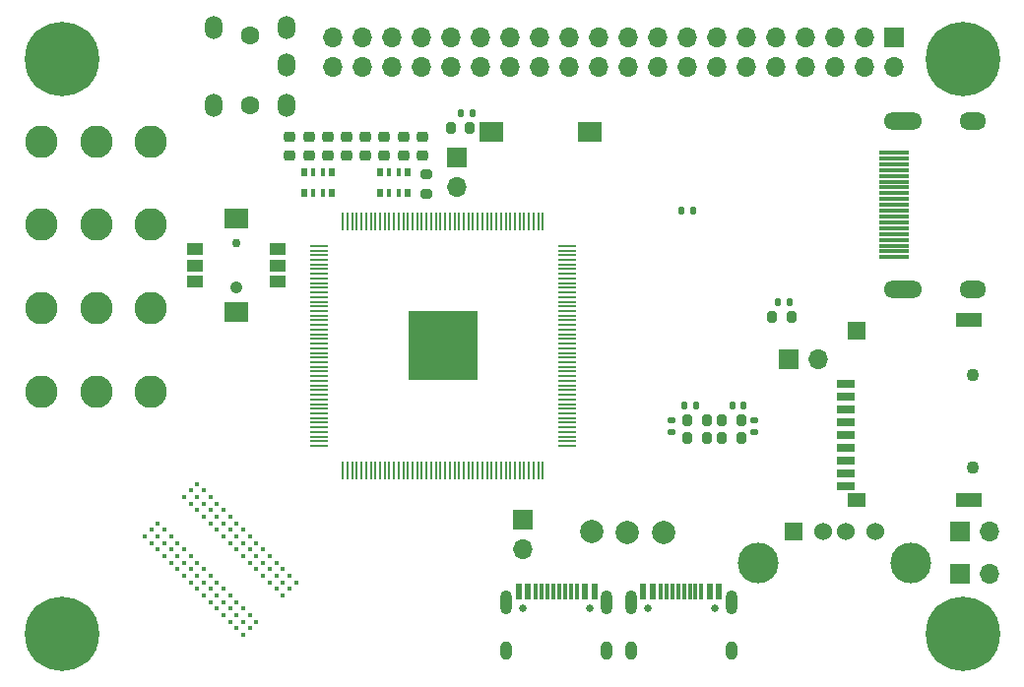
<source format=gts>
G04 #@! TF.GenerationSoftware,KiCad,Pcbnew,7.0.6*
G04 #@! TF.CreationDate,2023-08-22T01:44:11+01:00*
G04 #@! TF.ProjectId,yasbc,79617362-632e-46b6-9963-61645f706362,rev?*
G04 #@! TF.SameCoordinates,Original*
G04 #@! TF.FileFunction,Soldermask,Top*
G04 #@! TF.FilePolarity,Negative*
%FSLAX46Y46*%
G04 Gerber Fmt 4.6, Leading zero omitted, Abs format (unit mm)*
G04 Created by KiCad (PCBNEW 7.0.6) date 2023-08-22 01:44:11*
%MOMM*%
%LPD*%
G01*
G04 APERTURE LIST*
G04 Aperture macros list*
%AMRoundRect*
0 Rectangle with rounded corners*
0 $1 Rounding radius*
0 $2 $3 $4 $5 $6 $7 $8 $9 X,Y pos of 4 corners*
0 Add a 4 corners polygon primitive as box body*
4,1,4,$2,$3,$4,$5,$6,$7,$8,$9,$2,$3,0*
0 Add four circle primitives for the rounded corners*
1,1,$1+$1,$2,$3*
1,1,$1+$1,$4,$5*
1,1,$1+$1,$6,$7*
1,1,$1+$1,$8,$9*
0 Add four rect primitives between the rounded corners*
20,1,$1+$1,$2,$3,$4,$5,0*
20,1,$1+$1,$4,$5,$6,$7,0*
20,1,$1+$1,$6,$7,$8,$9,0*
20,1,$1+$1,$8,$9,$2,$3,0*%
G04 Aperture macros list end*
%ADD10C,0.800000*%
%ADD11C,6.400000*%
%ADD12RoundRect,0.140000X0.140000X0.170000X-0.140000X0.170000X-0.140000X-0.170000X0.140000X-0.170000X0*%
%ADD13C,2.800000*%
%ADD14RoundRect,0.140000X-0.170000X0.140000X-0.170000X-0.140000X0.170000X-0.140000X0.170000X0.140000X0*%
%ADD15R,0.500000X0.800000*%
%ADD16R,0.400000X0.800000*%
%ADD17RoundRect,0.200000X-0.275000X0.200000X-0.275000X-0.200000X0.275000X-0.200000X0.275000X0.200000X0*%
%ADD18C,1.600000*%
%ADD19O,1.500000X2.000000*%
%ADD20RoundRect,0.060000X-0.720000X-0.060000X0.720000X-0.060000X0.720000X0.060000X-0.720000X0.060000X0*%
%ADD21RoundRect,0.060000X-0.060000X-0.720000X0.060000X-0.720000X0.060000X0.720000X-0.060000X0.720000X0*%
%ADD22RoundRect,0.252000X-2.748000X-2.748000X2.748000X-2.748000X2.748000X2.748000X-2.748000X2.748000X0*%
%ADD23RoundRect,0.218750X-0.256250X0.218750X-0.256250X-0.218750X0.256250X-0.218750X0.256250X0.218750X0*%
%ADD24C,1.100000*%
%ADD25R,1.600000X0.700000*%
%ADD26R,1.500000X1.200000*%
%ADD27R,2.200000X1.200000*%
%ADD28R,1.500000X1.600000*%
%ADD29C,0.650000*%
%ADD30R,0.600000X1.450000*%
%ADD31R,0.300000X1.450000*%
%ADD32O,1.000000X2.100000*%
%ADD33O,1.000000X1.600000*%
%ADD34RoundRect,0.200000X-0.200000X-0.275000X0.200000X-0.275000X0.200000X0.275000X-0.200000X0.275000X0*%
%ADD35R,2.000000X1.800000*%
%ADD36C,2.000000*%
%ADD37RoundRect,0.140000X-0.140000X-0.170000X0.140000X-0.170000X0.140000X0.170000X-0.140000X0.170000X0*%
%ADD38RoundRect,0.200000X0.200000X0.275000X-0.200000X0.275000X-0.200000X-0.275000X0.200000X-0.275000X0*%
%ADD39C,0.750000*%
%ADD40C,1.050000*%
%ADD41R,1.350000X1.000000*%
%ADD42R,2.600000X0.300000*%
%ADD43O,3.300000X1.500000*%
%ADD44O,2.300000X1.500000*%
%ADD45R,1.700000X1.700000*%
%ADD46O,1.700000X1.700000*%
%ADD47R,1.524000X1.524000*%
%ADD48C,1.524000*%
%ADD49C,3.500000*%
%ADD50C,0.400000*%
G04 APERTURE END LIST*
D10*
X130100000Y105500000D03*
X130802944Y107197056D03*
X130802944Y103802944D03*
X132500000Y107900000D03*
D11*
X132500000Y105500000D03*
D10*
X132500000Y103100000D03*
X134197056Y107197056D03*
X134197056Y103802944D03*
X134900000Y105500000D03*
X130100000Y56100000D03*
X130802944Y57797056D03*
X130802944Y54402944D03*
X132500000Y58500000D03*
D11*
X132500000Y56100000D03*
D10*
X132500000Y53700000D03*
X134197056Y57797056D03*
X134197056Y54402944D03*
X134900000Y56100000D03*
X52600000Y56100000D03*
X53302944Y57797056D03*
X53302944Y54402944D03*
X55000000Y58500000D03*
D11*
X55000000Y56100000D03*
D10*
X55000000Y53700000D03*
X56697056Y57797056D03*
X56697056Y54402944D03*
X57400000Y56100000D03*
X52600000Y105511600D03*
X53302944Y107208656D03*
X53302944Y103814544D03*
X55000000Y107911600D03*
D11*
X55000000Y105511600D03*
D10*
X55000000Y103111600D03*
X56697056Y107208656D03*
X56697056Y103814544D03*
X57400000Y105511600D03*
D12*
X109524800Y75666600D03*
X108564800Y75666600D03*
D13*
X53289199Y84072699D03*
X57989199Y84072699D03*
X62689199Y84072699D03*
D14*
X114579400Y74394000D03*
X114579400Y73434000D03*
D13*
X53289198Y76884500D03*
X57989198Y76884500D03*
X62689198Y76884500D03*
D15*
X82366000Y93966400D03*
D16*
X83166000Y93966400D03*
X83966000Y93966400D03*
D15*
X84766000Y93966400D03*
X84766000Y95766400D03*
D16*
X83966000Y95766400D03*
X83166000Y95766400D03*
D15*
X82366000Y95766400D03*
D17*
X86363700Y95589300D03*
X86363700Y93939300D03*
D18*
X71196600Y107523800D03*
X71196600Y101523800D03*
D19*
X74346600Y105023800D03*
X74346600Y108223800D03*
X68046600Y108223800D03*
X74346600Y101523800D03*
X68046600Y101523800D03*
D20*
X77099750Y89432900D03*
X77099750Y89032900D03*
X77099750Y88632900D03*
X77099750Y88232900D03*
X77099750Y87832900D03*
X77099750Y87432900D03*
X77099750Y87032900D03*
X77099750Y86632900D03*
X77099750Y86232900D03*
X77099750Y85832900D03*
X77099750Y85432900D03*
X77099750Y85032900D03*
X77099750Y84632900D03*
X77099750Y84232900D03*
X77099750Y83832900D03*
X77099750Y83432900D03*
X77099750Y83032900D03*
X77099750Y82632900D03*
X77099750Y82232900D03*
X77099750Y81832900D03*
X77099750Y81432900D03*
X77099750Y81032900D03*
X77099750Y80632900D03*
X77099750Y80232900D03*
X77099750Y79832900D03*
X77099750Y79432900D03*
X77099750Y79032900D03*
X77099750Y78632900D03*
X77099750Y78232900D03*
X77099750Y77832900D03*
X77099750Y77432900D03*
X77099750Y77032900D03*
X77099750Y76632900D03*
X77099750Y76232900D03*
X77099750Y75832900D03*
X77099750Y75432900D03*
X77099750Y75032900D03*
X77099750Y74632900D03*
X77099750Y74232900D03*
X77099750Y73832900D03*
X77099750Y73432900D03*
X77099750Y73032900D03*
X77099750Y72632900D03*
X77099750Y72232900D03*
D21*
X79179750Y70152900D03*
X79579750Y70152900D03*
X79979750Y70152900D03*
X80379750Y70152900D03*
X80779750Y70152900D03*
X81179750Y70152900D03*
X81579750Y70152900D03*
X81979750Y70152900D03*
X82379750Y70152900D03*
X82779750Y70152900D03*
X83179750Y70152900D03*
X83579750Y70152900D03*
X83979750Y70152900D03*
X84379750Y70152900D03*
X84779750Y70152900D03*
X85179750Y70152900D03*
X85579750Y70152900D03*
X85979750Y70152900D03*
X86379750Y70152900D03*
X86779750Y70152900D03*
X87179750Y70152900D03*
X87579750Y70152900D03*
X87979750Y70152900D03*
X88379750Y70152900D03*
X88779750Y70152900D03*
X89179750Y70152900D03*
X89579750Y70152900D03*
X89979750Y70152900D03*
X90379750Y70152900D03*
X90779750Y70152900D03*
X91179750Y70152900D03*
X91579750Y70152900D03*
X91979750Y70152900D03*
X92379750Y70152900D03*
X92779750Y70152900D03*
X93179750Y70152900D03*
X93579750Y70152900D03*
X93979750Y70152900D03*
X94379750Y70152900D03*
X94779750Y70152900D03*
X95179750Y70152900D03*
X95579750Y70152900D03*
X95979750Y70152900D03*
X96379750Y70152900D03*
D20*
X98459750Y72232900D03*
X98459750Y72632900D03*
X98459750Y73032900D03*
X98459750Y73432900D03*
X98459750Y73832900D03*
X98459750Y74232900D03*
X98459750Y74632900D03*
X98459750Y75032900D03*
X98459750Y75432900D03*
X98459750Y75832900D03*
X98459750Y76232900D03*
X98459750Y76632900D03*
X98459750Y77032900D03*
X98459750Y77432900D03*
X98459750Y77832900D03*
X98459750Y78232900D03*
X98459750Y78632900D03*
X98459750Y79032900D03*
X98459750Y79432900D03*
X98459750Y79832900D03*
X98459750Y80232900D03*
X98459750Y80632900D03*
X98459750Y81032900D03*
X98459750Y81432900D03*
X98459750Y81832900D03*
X98459750Y82232900D03*
X98459750Y82632900D03*
X98459750Y83032900D03*
X98459750Y83432900D03*
X98459750Y83832900D03*
X98459750Y84232900D03*
X98459750Y84632900D03*
X98459750Y85032900D03*
X98459750Y85432900D03*
X98459750Y85832900D03*
X98459750Y86232900D03*
X98459750Y86632900D03*
X98459750Y87032900D03*
X98459750Y87432900D03*
X98459750Y87832900D03*
X98459750Y88232900D03*
X98459750Y88632900D03*
X98459750Y89032900D03*
X98459750Y89432900D03*
D21*
X96379750Y91512900D03*
X95979750Y91512900D03*
X95579750Y91512900D03*
X95179750Y91512900D03*
X94779750Y91512900D03*
X94379750Y91512900D03*
X93979750Y91512900D03*
X93579750Y91512900D03*
X93179750Y91512900D03*
X92779750Y91512900D03*
X92379750Y91512900D03*
X91979750Y91512900D03*
X91579750Y91512900D03*
X91179750Y91512900D03*
X90779750Y91512900D03*
X90379750Y91512900D03*
X89979750Y91512900D03*
X89579750Y91512900D03*
X89179750Y91512900D03*
X88779750Y91512900D03*
X88379750Y91512900D03*
X87979750Y91512900D03*
X87579750Y91512900D03*
X87179750Y91512900D03*
X86779750Y91512900D03*
X86379750Y91512900D03*
X85979750Y91512900D03*
X85579750Y91512900D03*
X85179750Y91512900D03*
X84779750Y91512900D03*
X84379750Y91512900D03*
X83979750Y91512900D03*
X83579750Y91512900D03*
X83179750Y91512900D03*
X82779750Y91512900D03*
X82379750Y91512900D03*
X81979750Y91512900D03*
X81579750Y91512900D03*
X81179750Y91512900D03*
X80779750Y91512900D03*
X80379750Y91512900D03*
X79979750Y91512900D03*
X79579750Y91512900D03*
X79179750Y91512900D03*
D22*
X87779750Y80832900D03*
D23*
X74625200Y98803500D03*
X74625200Y97228500D03*
X77876401Y98800500D03*
X77876401Y97225500D03*
X86004401Y98800501D03*
X86004401Y97225501D03*
D24*
X133393300Y70361000D03*
X133393300Y78361000D03*
D25*
X122393300Y77561000D03*
X122393300Y76461000D03*
X122393300Y75361000D03*
X122393300Y74261000D03*
X122393300Y73161000D03*
X122393300Y72061000D03*
X122393300Y70961000D03*
X122393300Y69861000D03*
D26*
X123393300Y67561000D03*
D27*
X132993300Y67561000D03*
D28*
X123393300Y82161000D03*
D27*
X132993300Y83061000D03*
D25*
X122393300Y68761000D03*
D23*
X76250800Y98803500D03*
X76250800Y97228500D03*
D29*
X94658700Y58276800D03*
X100438700Y58276800D03*
D30*
X94298700Y59721800D03*
X95098700Y59721800D03*
D31*
X96298700Y59721800D03*
X97298700Y59721800D03*
X97798700Y59721800D03*
X98798700Y59721800D03*
D30*
X99998700Y59721800D03*
X100798700Y59721800D03*
X100798700Y59721800D03*
X99998700Y59721800D03*
D31*
X99298700Y59721800D03*
X98298700Y59721800D03*
X96798700Y59721800D03*
X95798700Y59721800D03*
D30*
X95098700Y59721800D03*
X94298700Y59721800D03*
D32*
X93228700Y58806800D03*
D33*
X93228700Y54626800D03*
D32*
X101868700Y58806800D03*
D33*
X101868700Y54626800D03*
D34*
X88443800Y99618800D03*
X90093800Y99618800D03*
D15*
X75863601Y93991801D03*
D16*
X76663601Y93991801D03*
X77463601Y93991801D03*
D15*
X78263601Y93991801D03*
X78263601Y95791801D03*
D16*
X77463601Y95791801D03*
X76663601Y95791801D03*
D15*
X75863601Y95791801D03*
D35*
X100389800Y99237800D03*
X91989800Y99237800D03*
D36*
X103644701Y64820800D03*
D37*
X112677000Y75692000D03*
X113637000Y75692000D03*
D38*
X117741200Y83337400D03*
X116091200Y83337400D03*
D14*
X107467400Y74419400D03*
X107467400Y73459400D03*
D35*
X70027800Y91807000D03*
D39*
X70027800Y89657000D03*
D40*
X70027800Y85857000D03*
D35*
X70027800Y83707000D03*
D41*
X66452800Y89182000D03*
X66452800Y87757000D03*
X66452800Y86332000D03*
X73602800Y89182000D03*
X73602800Y87757000D03*
X73602800Y86332000D03*
D38*
X113436400Y74422000D03*
X111786400Y74422000D03*
D42*
X126617800Y97464000D03*
X126617800Y96964000D03*
X126617800Y96464000D03*
X126617800Y95964000D03*
X126617800Y95464000D03*
X126617800Y94964000D03*
X126617800Y94464000D03*
X126617800Y93964000D03*
X126617800Y93464000D03*
X126617800Y92964000D03*
X126617800Y92464000D03*
X126617800Y91964000D03*
X126617800Y91464000D03*
X126617800Y90964000D03*
X126617800Y90464000D03*
X126617800Y89964000D03*
X126617800Y89464000D03*
X126617800Y88964000D03*
X126617800Y88464000D03*
D43*
X127377800Y100214000D03*
X127377800Y85714000D03*
D44*
X133337800Y100214000D03*
X133337800Y85714000D03*
D12*
X90322400Y100888800D03*
X89362400Y100888800D03*
D23*
X84378801Y98800500D03*
X84378801Y97225500D03*
X81127601Y98803501D03*
X81127601Y97228501D03*
D36*
X106743500Y64820800D03*
D45*
X117495400Y79705200D03*
D46*
X120035400Y79705200D03*
D45*
X132252800Y64897000D03*
D46*
X134792800Y64897000D03*
D34*
X111773200Y72923400D03*
X113423200Y72923400D03*
D37*
X108308200Y92430600D03*
X109268200Y92430600D03*
D23*
X82753201Y98803499D03*
X82753201Y97228499D03*
D45*
X88967700Y97005000D03*
D46*
X88967700Y94465000D03*
D13*
X53288200Y98435900D03*
X57988200Y98435900D03*
X62688200Y98435900D03*
D47*
X117950100Y64884100D03*
D48*
X120450100Y64884100D03*
X122450100Y64884100D03*
X124950100Y64884100D03*
D49*
X114880100Y62174100D03*
X128020100Y62174100D03*
D23*
X79502001Y98800501D03*
X79502001Y97225501D03*
D45*
X126593600Y107391200D03*
D46*
X126593600Y104851200D03*
X124053600Y107391200D03*
X124053600Y104851200D03*
X121513600Y107391200D03*
X121513600Y104851200D03*
X118973600Y107391200D03*
X118973600Y104851200D03*
X116433600Y107391200D03*
X116433600Y104851200D03*
X113893600Y107391200D03*
X113893600Y104851200D03*
X111353600Y107391200D03*
X111353600Y104851200D03*
X108813600Y107391200D03*
X108813600Y104851200D03*
X106273600Y107391200D03*
X106273600Y104851200D03*
X103733600Y107391200D03*
X103733600Y104851200D03*
X101193600Y107391200D03*
X101193600Y104851200D03*
X98653600Y107391200D03*
X98653600Y104851200D03*
X96113600Y107391200D03*
X96113600Y104851200D03*
X93573600Y107391200D03*
X93573600Y104851200D03*
X91033600Y107391200D03*
X91033600Y104851200D03*
X88493600Y107391200D03*
X88493600Y104851200D03*
X85953600Y107391200D03*
X85953600Y104851200D03*
X83413600Y107391200D03*
X83413600Y104851200D03*
X80873600Y107391200D03*
X80873600Y104851200D03*
X78333600Y107391200D03*
X78333600Y104851200D03*
D29*
X105377500Y58276800D03*
X111157500Y58276800D03*
D30*
X105017500Y59721800D03*
X105817500Y59721800D03*
D31*
X107017500Y59721800D03*
X108017500Y59721800D03*
X108517500Y59721800D03*
X109517500Y59721800D03*
D30*
X110717500Y59721800D03*
X111517500Y59721800D03*
X111517500Y59721800D03*
X110717500Y59721800D03*
D31*
X110017500Y59721800D03*
X109017500Y59721800D03*
X107517500Y59721800D03*
X106517500Y59721800D03*
D30*
X105817500Y59721800D03*
X105017500Y59721800D03*
D32*
X103947500Y58806800D03*
D33*
X103947500Y54626800D03*
D32*
X112587500Y58806800D03*
D33*
X112587500Y54626800D03*
D37*
X116611400Y84556600D03*
X117571400Y84556600D03*
D36*
X100545901Y64839600D03*
D38*
X110451400Y72923400D03*
X108801400Y72923400D03*
D50*
X62138118Y64448599D03*
X62703803Y65014284D03*
X63269488Y65579970D03*
X65532230Y67842712D03*
X66097916Y68408397D03*
X66663601Y68974082D03*
X62703803Y63882914D03*
X63269488Y64448599D03*
X63835174Y65014284D03*
X66097916Y67277026D03*
X66663601Y67842712D03*
X67229286Y68408397D03*
X63269488Y63317228D03*
X63835174Y63882914D03*
X64400859Y64448599D03*
X66663601Y66711341D03*
X67229286Y67277026D03*
X67794972Y67842712D03*
X63835174Y62751543D03*
X64400859Y63317228D03*
X64966545Y63882914D03*
X67229286Y66145655D03*
X67794972Y66711341D03*
X68360657Y67277026D03*
X64400859Y62185857D03*
X64966545Y62751543D03*
X65532230Y63317228D03*
X67794972Y65579970D03*
X68360657Y66145655D03*
X68926343Y66711341D03*
X64966545Y61620172D03*
X65532230Y62185857D03*
X66097916Y62751543D03*
X68360657Y65014284D03*
X68926343Y65579970D03*
X69492028Y66145655D03*
X65532230Y61054486D03*
X66097916Y61620172D03*
X66663601Y62185857D03*
X68926343Y64448599D03*
X69492028Y65014284D03*
X70057714Y65579970D03*
X66097916Y60488801D03*
X66663601Y61054486D03*
X67229286Y61620172D03*
X69492028Y63882914D03*
X70057714Y64448599D03*
X70623399Y65014284D03*
X66663601Y59923116D03*
X67229286Y60488801D03*
X67794972Y61054486D03*
X70057714Y63317228D03*
X70623399Y63882914D03*
X71189084Y64448599D03*
X67229286Y59357430D03*
X67794972Y59923116D03*
X68360657Y60488801D03*
X70623399Y62751543D03*
X71189084Y63317228D03*
X71754770Y63882914D03*
X67794972Y58791745D03*
X68360657Y59357430D03*
X68926343Y59923116D03*
X71189084Y62185857D03*
X71754770Y62751543D03*
X72320455Y63317228D03*
X68360657Y58226059D03*
X68926343Y58791745D03*
X69492028Y59357430D03*
X71754770Y61620172D03*
X72320455Y62185857D03*
X72886141Y62751543D03*
X68926343Y57660374D03*
X69492028Y58226059D03*
X70057714Y58791745D03*
X72320455Y61054486D03*
X72886141Y61620172D03*
X73451826Y62185857D03*
X69492028Y57094688D03*
X70057714Y57660374D03*
X70623399Y58226059D03*
X72886141Y60488801D03*
X73451826Y61054486D03*
X74017512Y61620172D03*
X70057714Y56529003D03*
X70623399Y57094688D03*
X71189084Y57660374D03*
X73451826Y59923116D03*
X74017512Y60488801D03*
X74583197Y61054486D03*
X70623399Y55963318D03*
X71189084Y56529003D03*
X71754770Y57094688D03*
X74017512Y59357430D03*
X74583197Y59923116D03*
X75148882Y60488801D03*
D34*
X108801400Y74422000D03*
X110451400Y74422000D03*
D13*
X53288200Y91247700D03*
X57988200Y91247700D03*
X62688200Y91247700D03*
D45*
X132257800Y61214000D03*
D46*
X134797800Y61214000D03*
D45*
X94665800Y65862200D03*
D46*
X94665800Y63322200D03*
M02*

</source>
